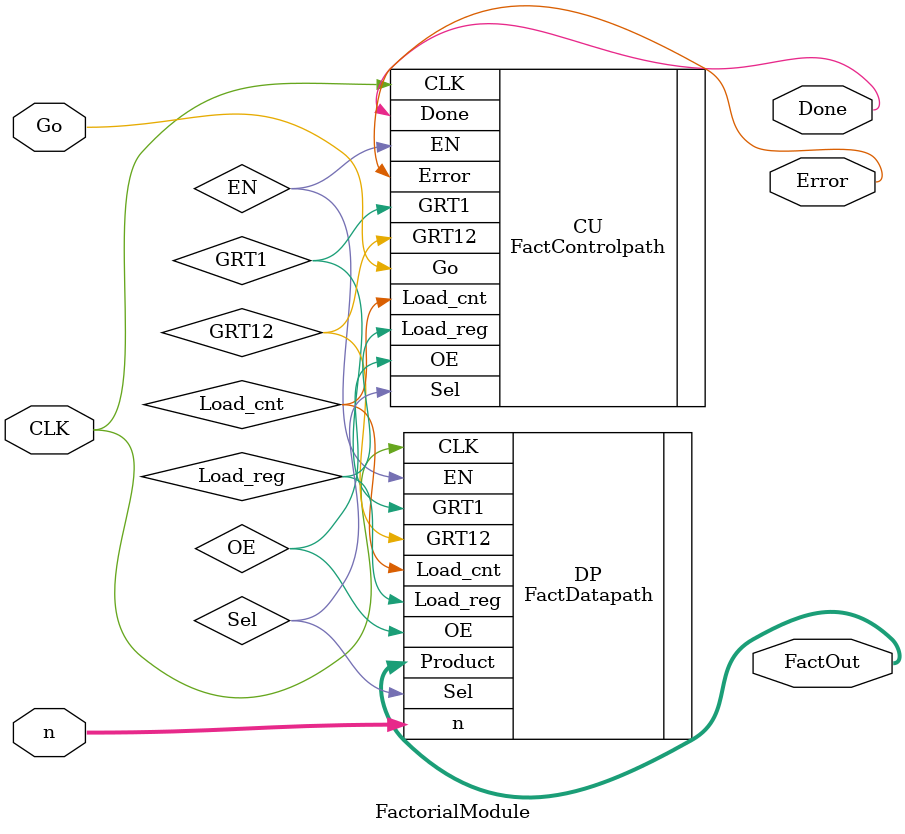
<source format=v>
`timescale 1ns / 1ps


module FactorialModule(
    input Go,
    input CLK,
    input [3:0] n,
    output Done,
    output Error,
    output [31:0] FactOut
    );
    wire Sel, Load_reg, Load_cnt, OE, EN;
    wire GRT12, GRT1;
    
    FactDatapath DP (
        .CLK(CLK),
        .EN(EN),
        .n(n),
        .Sel(Sel),
        .Load_reg(Load_reg),
        .Load_cnt(Load_cnt),
        .OE(OE),
        .GRT12(GRT12),
        .GRT1(GRT1),
        .Product(FactOut)
    );
    
    FactControlpath CU (
        .EN(EN),
        .Go(Go),
        .CLK(CLK),
        .Sel(Sel),
        .Load_reg(Load_reg),
        .Load_cnt(Load_cnt),
        .OE(OE),
        .GRT1(GRT1),
        .GRT12(GRT12),
        .Done(Done),
        .Error(Error)
    );
endmodule

</source>
